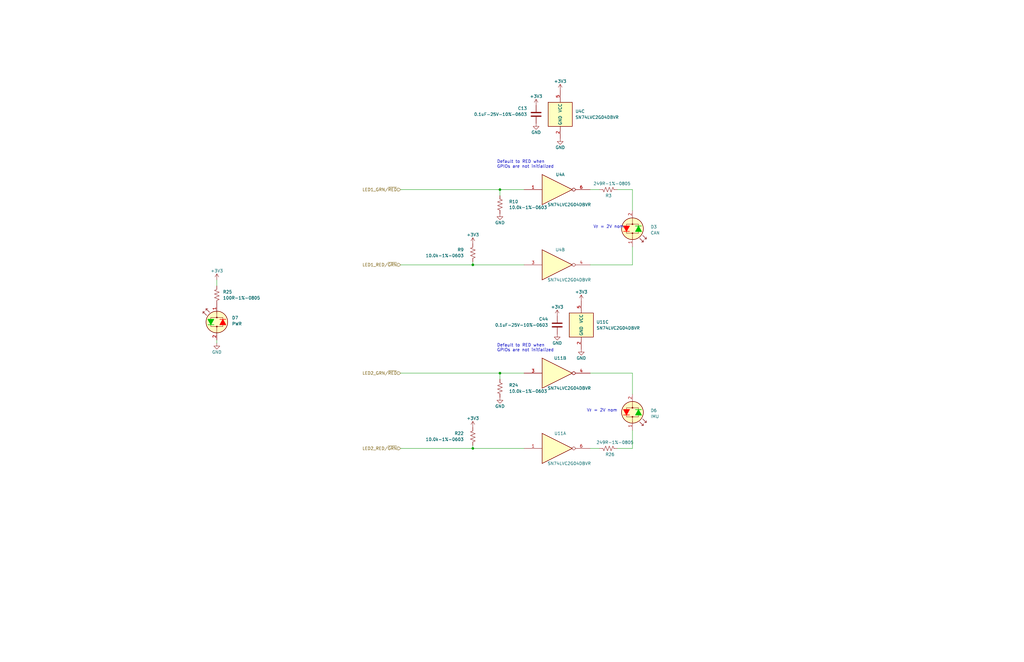
<source format=kicad_sch>
(kicad_sch (version 20230121) (generator eeschema)
  (paper "B")
  (title_block (title "IMU-2X") (date "2023-11-19") (rev "3") (company "FRC971 - Spartan Robotics"))
  (lib_symbols
    (symbol "74xGxx:74LVC2G04"
      (property "Reference" "U" (at 0 7.62 0))
      (property "Value" "74LVC2G04" (at 2.54 -7.62 0))
      (symbol "74LVC2G04_1_1"
        (polyline (pts (xy -7.62 6.35) (xy -7.62 -6.35) (xy 5.08 0) (xy -7.62 6.35)) (stroke (width 0.254)) (fill (type background)))
        (pin input line (at -15.24 0 0) (length 7.62) (name "~") (number "1"))
        (pin output inverted (at 12.7 0 180) (length 7.62) (name "~") (number "6"))
      )
      (symbol "74LVC2G04_2_1"
        (polyline (pts (xy -7.62 6.35) (xy -7.62 -6.35) (xy 5.08 0) (xy -7.62 6.35)) (stroke (width 0.254)) (fill (type background)))
        (pin input line (at -15.24 0 0) (length 7.62) (name "~") (number "3"))
        (pin output inverted (at 12.7 0 180) (length 7.62) (name "~") (number "4"))
      )
      (symbol "74LVC2G04_3_0"
        (rectangle (start -5.08 -5.08) (end 5.08 5.08) (stroke (width 0.254)) (fill (type background)))
      )
      (symbol "74LVC2G04_3_1"
        (pin power_in line (at 0 -10.16 90) (length 5.08) (name "GND") (number "2"))
        (pin power_in line (at 0 10.16 270) (length 5.08) (name "VCC") (number "5"))
      )
    )
    (symbol "Device:C" (pin_numbers hide) (pin_names (offset 0.254))
      (property "Reference" "C" (at 0.635 2.54 0))
      (property "Value" "C" (at 0.635 -2.54 0))
      (symbol "C_0_1"
        (polyline (pts (xy -2.032 -0.762) (xy 2.032 -0.762)) (stroke (width 0.508)))
        (polyline (pts (xy -2.032 0.762) (xy 2.032 0.762)) (stroke (width 0.508)))
      )
      (symbol "C_1_1"
        (pin passive line (at 0 3.81 270) (length 2.794) (name "~") (number "1"))
        (pin passive line (at 0 -3.81 90) (length 2.794) (name "~") (number "2"))
      )
    )
    (symbol "Device:LED_Dual_Bidirectional" (pin_names (offset 0) hide)
      (property "Reference" "D3" (at 0.4953 10.16 0))
      (property "Value" "LED_Dual_Bidirectional" (at 0.4953 7.62 0))
      (symbol "LED_Dual_Bidirectional_0_1"
        (circle (center -1.905 0) (radius 0.254) (fill (type outline)))
        (polyline (pts (xy -4.572 0) (xy -2.54 0)))
        (polyline (pts (xy -2.032 0) (xy -2.54 0)))
        (polyline (pts (xy 4.064 0) (xy 2.286 0)) (fill (type outline)))
        (polyline (pts (xy 4.318 5.842) (xy 4.318 5.08)) (stroke (width 0.2032)))
        (polyline (pts (xy 5.588 4.572) (xy 5.588 3.81)) (stroke (width 0.2032)))
        (polyline (pts (xy -1.905 0) (xy -1.905 -2.54) (xy -1.27 -2.54)))
        (polyline (pts (xy -1.27 2.54) (xy -1.905 2.54) (xy -1.905 0)))
        (polyline (pts (xy 1.27 2.54) (xy 1.905 2.54) (xy 1.905 0)))
        (polyline (pts (xy 1.905 0) (xy 1.905 -2.54) (xy 1.27 -2.54)))
        (polyline (pts (xy 2.794 4.318) (xy 4.318 5.842) (xy 3.556 5.842)) (stroke (width 0.2032)))
        (polyline (pts (xy 4.064 3.048) (xy 5.588 4.572) (xy 4.826 4.572)) (stroke (width 0.2032)))
        (circle (center 0 0) (radius 4.572) (stroke (width 0.254)) (fill (type background)))
        (circle (center 1.905 0) (radius 0.254) (fill (type outline)))
      )
      (symbol "LED_Dual_Bidirectional_1_1"
        (polyline (pts (xy -1.1446 3.7728) (xy -1.1446 1.2328)) (stroke (width 0.254) (color 0 194 0 1)))
        (polyline (pts (xy 1.1205 -1.2559) (xy 1.1205 -3.7959)) (stroke (width 0.254) (color 255 0 0 1)))
        (polyline (pts (xy -1.1655 -1.2559) (xy -1.1655 -3.7959) (xy 1.1205 -2.5259) (xy -1.1655 -1.2559)) (stroke (width 0.254) (color 255 0 0 1)) (fill (type outline)))
        (polyline (pts (xy 1.1643 3.8008) (xy 1.1643 1.2608) (xy -1.1217 2.5308) (xy 1.1643 3.8008)) (stroke (width 0.254) (color 0 194 0 1)) (fill (type outline)))
        (pin input line (at 7.62 0 180) (length 3.81) (name "KA") (number "1"))
        (pin input line (at -7.62 0 0) (length 3.048) (name "AK") (number "2"))
      )
    )
    (symbol "Device:R_US" (pin_numbers hide) (pin_names (offset 0))
      (property "Reference" "R" (at 2.54 0 90))
      (property "Value" "R_US" (at -2.54 0 90))
      (symbol "R_US_0_1"
        (polyline (pts (xy 0 -2.286) (xy 0 -2.54)))
        (polyline (pts (xy 0 2.286) (xy 0 2.54)))
        (polyline (pts (xy 0 -0.762) (xy 1.016 -1.143) (xy 0 -1.524) (xy -1.016 -1.905) (xy 0 -2.286)))
        (polyline (pts (xy 0 0.762) (xy 1.016 0.381) (xy 0 0) (xy -1.016 -0.381) (xy 0 -0.762)))
        (polyline (pts (xy 0 2.286) (xy 1.016 1.905) (xy 0 1.524) (xy -1.016 1.143) (xy 0 0.762)))
      )
      (symbol "R_US_1_1"
        (pin passive line (at 0 3.81 270) (length 1.27) (name "~") (number "1"))
        (pin passive line (at 0 -3.81 90) (length 1.27) (name "~") (number "2"))
      )
    )
    (symbol "power:+3V3" (power) (pin_names (offset 0))
      (property "Value" "+3V3" (at 0 3.556 0))
      (symbol "+3V3_0_1"
        (polyline (pts (xy -0.762 1.27) (xy 0 2.54)))
        (polyline (pts (xy 0 0) (xy 0 2.54)))
        (polyline (pts (xy 0 2.54) (xy 0.762 1.27)))
      )
      (symbol "+3V3_1_1"
        (pin power_in line (at 0 0 90) (length 0) hide (name "+3V3") (number "1"))
      )
    )
    (symbol "power:GND" (power) (pin_names (offset 0))
      (property "Value" "GND" (at 0 -3.81 0))
      (symbol "GND_0_1"
        (polyline (pts (xy 0 0) (xy 0 -1.27) (xy 1.27 -1.27) (xy 0 -2.54) (xy -1.27 -1.27) (xy 0 -1.27)))
      )
      (symbol "GND_1_1"
        (pin power_in line (at 0 0 270) (length 0) hide (name "GND") (number "1"))
      )
    )
  )
  (junction (at 199.39 111.76))
  (junction (at 210.82 157.48))
  (junction (at 210.82 80.01))
  (junction (at 199.39 189.23))
  (wire (pts (xy 248.92 157.48) (xy 266.7 157.48)))
  (wire (pts (xy 266.7 111.76) (xy 248.92 111.76)))
  (wire (pts (xy 91.44 144.78) (xy 91.44 143.51)))
  (wire (pts (xy 199.39 111.76) (xy 220.98 111.76)))
  (wire (pts (xy 248.92 80.01) (xy 252.73 80.01)))
  (wire (pts (xy 210.82 80.01) (xy 210.82 82.55)))
  (wire (pts (xy 199.39 189.23) (xy 220.98 189.23)))
  (wire (pts (xy 266.7 104.14) (xy 266.7 111.76)))
  (wire (pts (xy 260.35 80.01) (xy 266.7 80.01)))
  (wire (pts (xy 210.82 157.48) (xy 210.82 160.02)))
  (wire (pts (xy 91.44 118.11) (xy 91.44 120.65)))
  (wire (pts (xy 266.7 80.01) (xy 266.7 88.9)))
  (wire (pts (xy 168.91 111.76) (xy 199.39 111.76)))
  (wire (pts (xy 168.91 80.01) (xy 210.82 80.01)))
  (wire (pts (xy 266.7 157.48) (xy 266.7 166.37)))
  (wire (pts (xy 168.91 157.48) (xy 210.82 157.48)))
  (wire (pts (xy 248.92 189.23) (xy 252.73 189.23)))
  (wire (pts (xy 210.82 157.48) (xy 220.98 157.48)))
  (wire (pts (xy 266.7 181.61) (xy 266.7 189.23)))
  (wire (pts (xy 168.91 189.23) (xy 199.39 189.23)))
  (wire (pts (xy 210.82 80.01) (xy 220.98 80.01)))
  (wire (pts (xy 260.35 189.23) (xy 266.7 189.23)))
  (wire (pts (xy 199.39 187.96) (xy 199.39 189.23)))
  (wire (pts (xy 199.39 111.76) (xy 199.39 110.49)))
  (text "Default to RED when \nGPIOs are not initialized" (at 209.55 148.59 0) (effects (font (size 1.27 1.27)) (justify left bottom)))
  (text "Default to RED when \nGPIOs are not initialized" (at 209.55 71.12 0) (effects (font (size 1.27 1.27)) (justify left bottom)))
  (text "V_{F} = 2V nom" (at 260.35 173.99 0) (effects (font (size 1.27 1.27)) (justify right bottom)))
  (text "V_{F} = 2V nom" (at 250.19 96.52 0) (effects (font (size 1.27 1.27)) (justify left bottom)))
  (hierarchical_label "LED1_RED{slash}~{GRN}" (shape input) (at 168.91 111.76 180))
  (hierarchical_label "LED2_RED{slash}~{GRN}" (shape input) (at 168.91 189.23 180))
  (hierarchical_label "LED1_GRN{slash}~{RED}" (shape input) (at 168.91 80.01 180))
  (hierarchical_label "LED2_GRN{slash}~{RED}" (shape input) (at 168.91 157.48 180))
  (symbol (lib_id "power:+3V3") (at 199.39 102.87 0) (unit 1)
    (property "Reference" "#PWR069" (effects hide))
    (property "Value" "+3V3" (at 199.39 99.06 0))
  )
  (symbol (lib_id "Device:R_US") (at 199.39 184.15 0) (mirror y) (unit 1)
    (property "Reference" "R22" (at 195.58 182.88 0) (effects (justify left)))
    (property "Value" "10.0k-1%-0603" (at 195.58 185.42 0) (effects (justify left)))
    (property "Footprint" "Resistor_SMD:R_0603_1608Metric" (effects hide))
    (property "Datasheet" "Components/Yageo-PYu-RC_Group_51_RoHS_L_12.pdf" (effects hide))
    (property "DIST" "Digikey" (effects hide))
    (property "DIST P/N" "YAG1290CT-ND" (effects hide))
    (property "MFG" "Yageo" (effects hide))
    (property "MFG P/N" "RC0603FR-0710KP" (effects hide))
  )
  (symbol (lib_id "Device:R_US") (at 210.82 86.36 0) (unit 1)
    (property "Reference" "R10" (at 214.63 85.09 0) (effects (justify left)))
    (property "Value" "10.0k-1%-0603" (at 214.63 87.5438 0) (effects (justify left)))
    (property "Footprint" "Resistor_SMD:R_0603_1608Metric" (effects hide))
    (property "Datasheet" "Components/Yageo-PYu-RC_Group_51_RoHS_L_12.pdf" (effects hide))
    (property "DIST" "Digikey" (effects hide))
    (property "DIST P/N" "YAG1290CT-ND" (effects hide))
    (property "MFG" "Yageo" (effects hide))
    (property "MFG P/N" "RC0603FR-0710KP" (effects hide))
  )
  (symbol (lib_id "power:+3V3") (at 245.11 127 0) (unit 1)
    (property "Reference" "#PWR04" (effects hide))
    (property "Value" "+3V3" (at 245.11 123.19 0))
  )
  (symbol (lib_id "Device:LED_Dual_Bidirectional") (at 266.7 96.52 270) (unit 1)
    (property "Reference" "D3" (at 274.32 95.7453 90) (effects (justify left)))
    (property "Value" "CAN" (at 274.32 98.2853 90) (effects (justify left)))
    (property "Footprint" "LED_SMD:LED_1206_3216Metric" (effects hide))
    (property "Datasheet" "Components/SUN-LED-XZMDKVG55W-4.pdf" (effects hide))
    (property "MFG" "SUN LED" (effects hide))
    (property "MFG P/N" "XZMDKVG55W-4" (effects hide))
    (property "DIST" "Digikey" (effects hide))
    (property "DIST P/N" "1497-1314-1-ND" (effects hide))
  )
  (symbol (lib_id "74xGxx:74LVC2G04") (at 245.11 137.16 0) (unit 3)
    (property "Reference" "U11" (at 251.46 135.89 0) (effects (justify left)))
    (property "Value" "SN74LVC2G04DBVR" (at 251.46 138.43 0) (effects (justify left)))
    (property "Footprint" "Package_TO_SOT_SMD:SOT-23-6" (effects hide))
    (property "Datasheet" "Components/TI-SN74LVC2G04.pdf" (effects hide))
    (property "MFG" "Texas Instruments" (effects hide))
    (property "MFG P/N" "SN74LVC2G04DBVR" (effects hide))
    (property "DIST" "Digikey" (effects hide))
    (property "DIST P/N" "296-13261-1-ND" (effects hide))
  )
  (symbol (lib_id "74xGxx:74LVC2G04") (at 236.22 111.76 0) (unit 2)
    (property "Reference" "U4" (at 236.22 105.41 0))
    (property "Value" "SN74LVC2G04DBVR" (at 240.03 118.11 0))
    (property "Footprint" "Package_TO_SOT_SMD:SOT-23-6" (effects hide))
    (property "Datasheet" "Components/TI-SN74LVC2G04.pdf" (effects hide))
    (property "MFG" "Texas Instruments" (effects hide))
    (property "MFG P/N" "SN74LVC2G04DBVR" (effects hide))
    (property "DIST" "Digikey" (effects hide))
    (property "DIST P/N" "296-13261-1-ND" (effects hide))
  )
  (symbol (lib_id "power:+3V3") (at 236.22 38.1 0) (unit 1)
    (property "Reference" "#PWR085" (effects hide))
    (property "Value" "+3V3" (at 236.22 34.29 0))
  )
  (symbol (lib_id "Device:R_US") (at 199.39 106.68 0) (mirror y) (unit 1)
    (property "Reference" "R9" (at 195.58 105.41 0) (effects (justify left)))
    (property "Value" "10.0k-1%-0603" (at 195.58 107.8638 0) (effects (justify left)))
    (property "Footprint" "Resistor_SMD:R_0603_1608Metric" (effects hide))
    (property "Datasheet" "Components/Yageo-PYu-RC_Group_51_RoHS_L_12.pdf" (effects hide))
    (property "DIST" "Digikey" (effects hide))
    (property "DIST P/N" "YAG1290CT-ND" (effects hide))
    (property "MFG" "Yageo" (effects hide))
    (property "MFG P/N" "RC0603FR-0710KP" (effects hide))
  )
  (symbol (lib_id "power:GND") (at 91.44 144.78 0) (unit 1)
    (property "Reference" "#PWR083" (effects hide))
    (property "Value" "GND" (at 91.44 148.59 0))
  )
  (symbol (lib_id "74xGxx:74LVC2G04") (at 236.22 157.48 0) (unit 2)
    (property "Reference" "U11" (at 236.22 151.13 0))
    (property "Value" "SN74LVC2G04DBVR" (at 240.03 163.83 0))
    (property "Footprint" "Package_TO_SOT_SMD:SOT-23-6" (effects hide))
    (property "Datasheet" "Components/TI-SN74LVC2G04.pdf" (effects hide))
    (property "MFG" "Texas Instruments" (effects hide))
    (property "MFG P/N" "SN74LVC2G04DBVR" (effects hide))
    (property "DIST" "Digikey" (effects hide))
    (property "DIST P/N" "296-13261-1-ND" (effects hide))
  )
  (symbol (lib_id "Device:R_US") (at 256.54 189.23 270) (mirror x) (unit 1)
    (property "Reference" "R26" (at 255.27 191.77 90) (effects (justify left)))
    (property "Value" "249R-1%-0805" (at 251.46 186.69 90) (effects (justify left)))
    (property "Footprint" "Resistor_SMD:R_0805_2012Metric" (effects hide))
    (property "Datasheet" "Components/Yageo-PYu-RC_Group_51_RoHS_L_12.pdf" (effects hide))
    (property "DIST" "Digikey" (effects hide))
    (property "DIST P/N" "311-249CRCT-ND" (effects hide))
    (property "MFG" "Yageo" (effects hide))
    (property "MFG P/N" "RC0805FR-07249RL" (effects hide))
  )
  (symbol (lib_id "power:+3V3") (at 234.95 133.35 0) (unit 1)
    (property "Reference" "#PWR076" (effects hide))
    (property "Value" "+3V3" (at 234.95 129.54 0))
  )
  (symbol (lib_id "power:GND") (at 226.06 52.07 0) (unit 1)
    (property "Reference" "#PWR086" (effects hide))
    (property "Value" "GND" (at 226.06 55.88 0))
  )
  (symbol (lib_id "Device:R_US") (at 91.44 124.46 0) (mirror x) (unit 1)
    (property "Reference" "R25" (at 93.98 123.19 0) (effects (justify left)))
    (property "Value" "100R-1%-0805" (at 93.98 125.73 0) (effects (justify left)))
    (property "Footprint" "Resistor_SMD:R_0805_2012Metric" (effects hide))
    (property "Datasheet" "Components/Yageo-PYu-RC_Group_51_RoHS_L_12.pdf" (effects hide))
    (property "DIST" "Digikey" (effects hide))
    (property "DIST P/N" "311-100CRCT-ND" (effects hide))
    (property "MFG" "Yageo" (effects hide))
    (property "MFG P/N" "RC0805FR-07100RL" (effects hide))
  )
  (symbol (lib_id "power:GND") (at 245.11 147.32 0) (unit 1)
    (property "Reference" "#PWR071" (effects hide))
    (property "Value" "GND" (at 245.11 151.13 0))
  )
  (symbol (lib_id "power:+3V3") (at 226.06 44.45 0) (unit 1)
    (property "Reference" "#PWR072" (effects hide))
    (property "Value" "+3V3" (at 226.06 40.64 0))
  )
  (symbol (lib_id "Device:R_US") (at 210.82 163.83 0) (unit 1)
    (property "Reference" "R24" (at 214.63 162.56 0) (effects (justify left)))
    (property "Value" "10.0k-1%-0603" (at 214.63 165.1 0) (effects (justify left)))
    (property "Footprint" "Resistor_SMD:R_0603_1608Metric" (effects hide))
    (property "Datasheet" "Components/Yageo-PYu-RC_Group_51_RoHS_L_12.pdf" (effects hide))
    (property "DIST" "Digikey" (effects hide))
    (property "DIST P/N" "YAG1290CT-ND" (effects hide))
    (property "MFG" "Yageo" (effects hide))
    (property "MFG P/N" "RC0603FR-0710KP" (effects hide))
  )
  (symbol (lib_id "74xGxx:74LVC2G04") (at 236.22 189.23 0) (unit 1)
    (property "Reference" "U11" (at 236.22 182.88 0))
    (property "Value" "SN74LVC2G04DBVR" (at 240.03 195.58 0))
    (property "Footprint" "Package_TO_SOT_SMD:SOT-23-6" (effects hide))
    (property "Datasheet" "Components/TI-SN74LVC2G04.pdf" (effects hide))
    (property "MFG" "Texas Instruments" (effects hide))
    (property "MFG P/N" "SN74LVC2G04DBVR" (effects hide))
    (property "DIST" "Digikey" (effects hide))
    (property "DIST P/N" "296-13261-1-ND" (effects hide))
  )
  (symbol (lib_id "Device:R_US") (at 256.54 80.01 270) (mirror x) (unit 1)
    (property "Reference" "R3" (at 255.27 82.55 90) (effects (justify left)))
    (property "Value" "249R-1%-0805" (at 250.19 77.47 90) (effects (justify left)))
    (property "Footprint" "Resistor_SMD:R_0805_2012Metric" (effects hide))
    (property "Datasheet" "Components/Yageo-PYu-RC_Group_51_RoHS_L_12.pdf" (effects hide))
    (property "DIST" "Digikey" (effects hide))
    (property "DIST P/N" "311-249CRCT-ND" (effects hide))
    (property "MFG" "Yageo" (effects hide))
    (property "MFG P/N" "RC0805FR-07249RL" (effects hide))
  )
  (symbol (lib_id "power:+3V3") (at 91.44 118.11 0) (unit 1)
    (property "Reference" "#PWR082" (effects hide))
    (property "Value" "+3V3" (at 91.44 114.3 0))
  )
  (symbol (lib_id "Device:LED_Dual_Bidirectional") (at 266.7 173.99 270) (unit 1)
    (property "Reference" "D6" (at 274.32 173.2153 90) (effects (justify left)))
    (property "Value" "IMU" (at 274.32 175.7553 90) (effects (justify left)))
    (property "Footprint" "LED_SMD:LED_1206_3216Metric" (effects hide))
    (property "Datasheet" "Components/SUN-LED-XZMDKVG55W-4.pdf" (effects hide))
    (property "MFG" "SUN LED" (effects hide))
    (property "MFG P/N" "XZMDKVG55W-4" (effects hide))
    (property "DIST" "Digikey" (effects hide))
    (property "DIST P/N" "1497-1314-1-ND" (effects hide))
  )
  (symbol (lib_id "power:GND") (at 210.82 167.64 0) (unit 1)
    (property "Reference" "#PWR075" (effects hide))
    (property "Value" "GND" (at 210.82 171.45 0))
  )
  (symbol (lib_id "Device:C") (at 226.06 48.26 0) (unit 1)
    (property "Reference" "C13" (at 222.25 45.72 0) (effects (justify right)))
    (property "Value" "0.1uF-25V-10%-0603" (at 222.25 48.26 0) (effects (justify right)))
    (property "Footprint" "Capacitor_SMD:C_0603_1608Metric" (effects hide))
    (property "Datasheet" "Components/Kyocera-KGM_X7R.pdf" (effects hide))
    (property "DIST" "Digikey" (effects hide))
    (property "DIST P/N" "478-KGM15BR71E104KMCT-ND" (effects hide))
    (property "MFG" "Kyocera AVX" (effects hide))
    (property "MFG P/N" "KGM15BR71E104KM" (effects hide))
  )
  (symbol (lib_id "Device:LED_Dual_Bidirectional") (at 91.44 135.89 90) (unit 1)
    (property "Reference" "D7" (at 97.79 134.1247 90) (effects (justify right)))
    (property "Value" "PWR" (at 97.79 136.6647 90) (effects (justify right)))
    (property "Footprint" "LED_SMD:LED_1206_3216Metric" (effects hide))
    (property "Datasheet" "Components/SUN-LED-XZMDKVG55W-4.pdf" (effects hide))
    (property "MFG" "SUN LED" (effects hide))
    (property "MFG P/N" "XZMDKVG55W-4" (effects hide))
    (property "DIST" "Digikey" (effects hide))
    (property "DIST P/N" "1497-1314-1-ND" (effects hide))
  )
  (symbol (lib_id "74xGxx:74LVC2G04") (at 236.22 48.26 0) (unit 3)
    (property "Reference" "U4" (at 242.57 46.99 0) (effects (justify left)))
    (property "Value" "SN74LVC2G04DBVR" (at 242.57 49.53 0) (effects (justify left)))
    (property "Footprint" "Package_TO_SOT_SMD:SOT-23-6" (effects hide))
    (property "Datasheet" "Components/TI-SN74LVC2G04.pdf" (effects hide))
    (property "MFG" "Texas Instruments" (effects hide))
    (property "MFG P/N" "SN74LVC2G04DBVR" (effects hide))
    (property "DIST" "Digikey" (effects hide))
    (property "DIST P/N" "296-13261-1-ND" (effects hide))
  )
  (symbol (lib_id "74xGxx:74LVC2G04") (at 236.22 80.01 0) (unit 1)
    (property "Reference" "U4" (at 236.22 73.66 0))
    (property "Value" "SN74LVC2G04DBVR" (at 240.03 86.36 0))
    (property "Footprint" "Package_TO_SOT_SMD:SOT-23-6" (effects hide))
    (property "Datasheet" "Components/TI-SN74LVC2G04.pdf" (effects hide))
    (property "MFG" "Texas Instruments" (effects hide))
    (property "MFG P/N" "SN74LVC2G04DBVR" (effects hide))
    (property "DIST" "Digikey" (effects hide))
    (property "DIST P/N" "296-13261-1-ND" (effects hide))
  )
  (symbol (lib_id "power:GND") (at 236.22 58.42 0) (unit 1)
    (property "Reference" "#PWR084" (effects hide))
    (property "Value" "GND" (at 236.22 62.23 0))
  )
  (symbol (lib_id "Device:C") (at 234.95 137.16 0) (unit 1)
    (property "Reference" "C44" (at 231.14 134.62 0) (effects (justify right)))
    (property "Value" "0.1uF-25V-10%-0603" (at 231.14 137.16 0) (effects (justify right)))
    (property "Footprint" "Capacitor_SMD:C_0603_1608Metric" (effects hide))
    (property "Datasheet" "Components/Kyocera-KGM_X7R.pdf" (effects hide))
    (property "DIST" "Digikey" (effects hide))
    (property "DIST P/N" "478-KGM15BR71E104KMCT-ND" (effects hide))
    (property "MFG" "Kyocera AVX" (effects hide))
    (property "MFG P/N" "KGM15BR71E104KM" (effects hide))
  )
  (symbol (lib_id "power:+3V3") (at 199.39 180.34 0) (unit 1)
    (property "Reference" "#PWR073" (effects hide))
    (property "Value" "+3V3" (at 199.39 176.53 0))
  )
  (symbol (lib_id "power:GND") (at 234.95 140.97 0) (unit 1)
    (property "Reference" "#PWR03" (effects hide))
    (property "Value" "GND" (at 234.95 144.78 0))
  )
  (symbol (lib_id "power:GND") (at 210.82 90.17 0) (unit 1)
    (property "Reference" "#PWR070" (effects hide))
    (property "Value" "GND" (at 210.82 93.98 0))
  )
)
</source>
